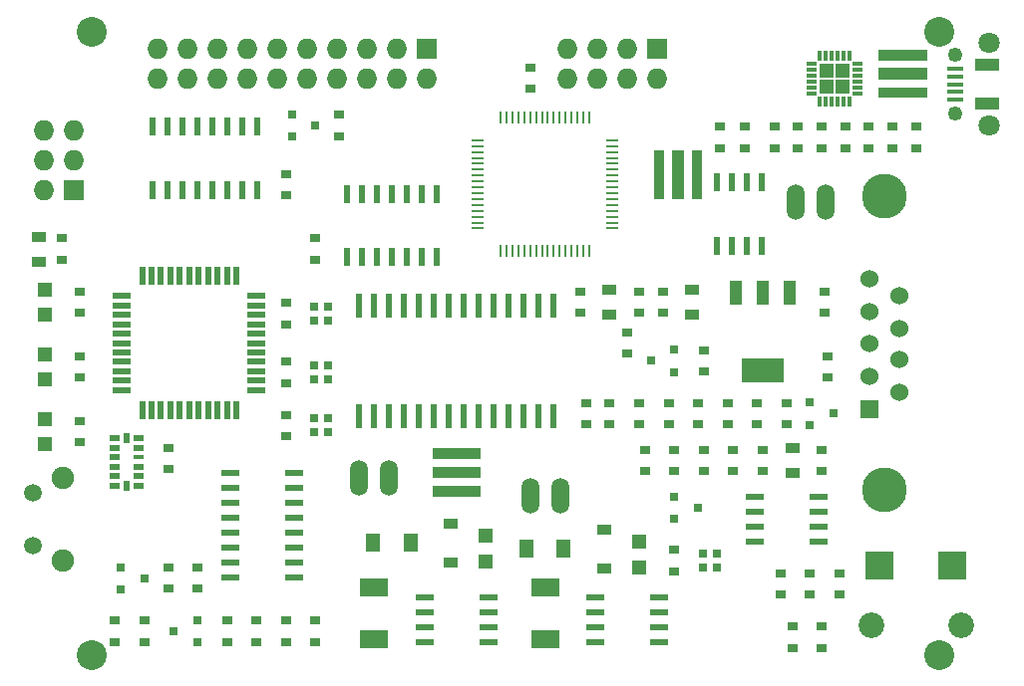
<source format=gts>
G04 #@! TF.FileFunction,Soldermask,Top*
%FSLAX46Y46*%
G04 Gerber Fmt 4.6, Leading zero omitted, Abs format (unit mm)*
G04 Created by KiCad (PCBNEW 4.0.0-rc1-stable) date 10/13/2015 4:46:02 PM*
%MOMM*%
G01*
G04 APERTURE LIST*
%ADD10C,0.100000*%
%ADD11R,2.370000X2.430000*%
%ADD12R,1.727200X1.727200*%
%ADD13O,1.727200X1.727200*%
%ADD14R,1.220000X0.910000*%
%ADD15R,0.550000X1.500000*%
%ADD16R,1.500000X0.550000*%
%ADD17C,3.810000*%
%ADD18R,1.524000X1.524000*%
%ADD19C,1.524000*%
%ADD20R,2.400000X1.500000*%
%ADD21C,2.540000*%
%ADD22C,1.800000*%
%ADD23R,1.350000X0.400000*%
%ADD24C,1.250000*%
%ADD25R,2.100000X1.100000*%
%ADD26O,1.506220X3.014980*%
%ADD27R,1.000000X0.250000*%
%ADD28R,0.250000X1.000000*%
%ADD29R,0.600000X1.550000*%
%ADD30R,0.600000X2.000000*%
%ADD31R,1.550000X0.600000*%
%ADD32R,0.820000X0.500000*%
%ADD33R,0.820000X0.400000*%
%ADD34R,0.500000X0.820000*%
%ADD35R,0.300000X0.850000*%
%ADD36R,0.850000X0.300000*%
%ADD37R,1.300000X1.300000*%
%ADD38R,0.600000X1.500000*%
%ADD39R,1.500000X0.600000*%
%ADD40R,3.657600X2.032000*%
%ADD41R,1.016000X2.032000*%
%ADD42R,0.900000X0.800000*%
%ADD43R,1.250000X1.200000*%
%ADD44R,1.200000X1.600000*%
%ADD45R,0.800000X0.800000*%
%ADD46R,1.300000X0.900000*%
%ADD47C,1.900000*%
%ADD48C,1.500000*%
%ADD49C,2.180000*%
%ADD50R,0.900000X0.700000*%
%ADD51R,1.198880X1.198880*%
%ADD52R,0.800100X0.800100*%
G04 APERTURE END LIST*
D10*
D11*
X115870000Y-169900000D03*
X109630000Y-169900000D03*
D12*
X41250000Y-138000000D03*
D13*
X38710000Y-138000000D03*
X41250000Y-135460000D03*
X38710000Y-135460000D03*
X41250000Y-132920000D03*
X38710000Y-132920000D03*
D14*
X86250000Y-170135000D03*
X86250000Y-166865000D03*
X73250000Y-169635000D03*
X73250000Y-166365000D03*
D15*
X47050000Y-156700000D03*
X47850000Y-156700000D03*
X48650000Y-156700000D03*
X49450000Y-156700000D03*
X50250000Y-156700000D03*
X51050000Y-156700000D03*
X51850000Y-156700000D03*
X52650000Y-156700000D03*
X53450000Y-156700000D03*
X54250000Y-156700000D03*
X55050000Y-156700000D03*
D16*
X56750000Y-155000000D03*
X56750000Y-154200000D03*
X56750000Y-153400000D03*
X56750000Y-152600000D03*
X56750000Y-151800000D03*
X56750000Y-151000000D03*
X56750000Y-150200000D03*
X56750000Y-149400000D03*
X56750000Y-148600000D03*
X56750000Y-147800000D03*
X56750000Y-147000000D03*
D15*
X55050000Y-145300000D03*
X54250000Y-145300000D03*
X53450000Y-145300000D03*
X52650000Y-145300000D03*
X51850000Y-145300000D03*
X51050000Y-145300000D03*
X50250000Y-145300000D03*
X49450000Y-145300000D03*
X48650000Y-145300000D03*
X47850000Y-145300000D03*
X47050000Y-145300000D03*
D16*
X45350000Y-147000000D03*
X45350000Y-147800000D03*
X45350000Y-148600000D03*
X45350000Y-149400000D03*
X45350000Y-150200000D03*
X45350000Y-151000000D03*
X45350000Y-151800000D03*
X45350000Y-152600000D03*
X45350000Y-153400000D03*
X45350000Y-154200000D03*
X45350000Y-155000000D03*
D17*
X110050000Y-163500000D03*
X110050000Y-138500000D03*
D18*
X108780000Y-156588000D03*
D19*
X108780000Y-153794000D03*
X108780000Y-151000000D03*
X108780000Y-148333000D03*
X108780000Y-145539000D03*
X111320000Y-146936000D03*
X111320000Y-149730000D03*
X111320000Y-152397000D03*
X111320000Y-155191000D03*
D20*
X81250000Y-176200000D03*
X81250000Y-171800000D03*
X66750000Y-176200000D03*
X66750000Y-171800000D03*
D21*
X42750000Y-124500000D03*
D22*
X118987460Y-132500900D03*
D23*
X116087460Y-130300900D03*
X116087460Y-129650900D03*
X116087460Y-129000900D03*
X116087460Y-128350900D03*
X116087460Y-127700900D03*
D24*
X116087460Y-131500900D03*
X116087460Y-126500900D03*
D22*
X118987460Y-125500900D03*
D25*
X118800000Y-130650000D03*
X118800000Y-127350000D03*
D21*
X114750000Y-124500000D03*
X42750000Y-177500000D03*
D26*
X82520000Y-164000000D03*
X79980000Y-164000000D03*
X68020000Y-162500000D03*
X65480000Y-162500000D03*
D21*
X114750000Y-177500000D03*
D12*
X90750000Y-126000000D03*
D13*
X90750000Y-128540000D03*
X88210000Y-126000000D03*
X88210000Y-128540000D03*
X85670000Y-126000000D03*
X85670000Y-128540000D03*
X83130000Y-126000000D03*
X83130000Y-128540000D03*
D27*
X86950000Y-141250000D03*
X86950000Y-140750000D03*
X86950000Y-140250000D03*
X86950000Y-139750000D03*
X86950000Y-139250000D03*
X86950000Y-138750000D03*
X86950000Y-138250000D03*
X86950000Y-137750000D03*
X86950000Y-137250000D03*
X86950000Y-136750000D03*
X86950000Y-136250000D03*
X86950000Y-135750000D03*
X86950000Y-135250000D03*
X86950000Y-134750000D03*
X86950000Y-134250000D03*
X86950000Y-133750000D03*
D28*
X85000000Y-131800000D03*
X84500000Y-131800000D03*
X84000000Y-131800000D03*
X83500000Y-131800000D03*
X83000000Y-131800000D03*
X82500000Y-131800000D03*
X82000000Y-131800000D03*
X81500000Y-131800000D03*
X81000000Y-131800000D03*
X80500000Y-131800000D03*
X80000000Y-131800000D03*
X79500000Y-131800000D03*
X79000000Y-131800000D03*
X78500000Y-131800000D03*
X78000000Y-131800000D03*
X77500000Y-131800000D03*
D27*
X75550000Y-133750000D03*
X75550000Y-134250000D03*
X75550000Y-134750000D03*
X75550000Y-135250000D03*
X75550000Y-135750000D03*
X75550000Y-136250000D03*
X75550000Y-136750000D03*
X75550000Y-137250000D03*
X75550000Y-137750000D03*
X75550000Y-138250000D03*
X75550000Y-138750000D03*
X75550000Y-139250000D03*
X75550000Y-139750000D03*
X75550000Y-140250000D03*
X75550000Y-140750000D03*
X75550000Y-141250000D03*
D28*
X77500000Y-143200000D03*
X78000000Y-143200000D03*
X78500000Y-143200000D03*
X79000000Y-143200000D03*
X79500000Y-143200000D03*
X80000000Y-143200000D03*
X80500000Y-143200000D03*
X81000000Y-143200000D03*
X81500000Y-143200000D03*
X82000000Y-143200000D03*
X82500000Y-143200000D03*
X83000000Y-143200000D03*
X83500000Y-143200000D03*
X84000000Y-143200000D03*
X84500000Y-143200000D03*
X85000000Y-143200000D03*
D29*
X99655000Y-137300000D03*
X98385000Y-137300000D03*
X97115000Y-137300000D03*
X95845000Y-137300000D03*
X95845000Y-142700000D03*
X97115000Y-142700000D03*
X98385000Y-142700000D03*
X99655000Y-142700000D03*
D30*
X65495000Y-157200000D03*
X66765000Y-157200000D03*
X68035000Y-157200000D03*
X69305000Y-157200000D03*
X70575000Y-157200000D03*
X71845000Y-157200000D03*
X73115000Y-157200000D03*
X74385000Y-157200000D03*
X75655000Y-157200000D03*
X76925000Y-157200000D03*
X78195000Y-157200000D03*
X79465000Y-157200000D03*
X80735000Y-157200000D03*
X82005000Y-157200000D03*
X82005000Y-147800000D03*
X80735000Y-147800000D03*
X79465000Y-147800000D03*
X78195000Y-147800000D03*
X76925000Y-147800000D03*
X75655000Y-147800000D03*
X74385000Y-147800000D03*
X73115000Y-147800000D03*
X71845000Y-147800000D03*
X70575000Y-147800000D03*
X69305000Y-147800000D03*
X68035000Y-147800000D03*
X66765000Y-147800000D03*
X65495000Y-147800000D03*
D31*
X99050000Y-164095000D03*
X99050000Y-165365000D03*
X99050000Y-166635000D03*
X99050000Y-167905000D03*
X104450000Y-167905000D03*
X104450000Y-166635000D03*
X104450000Y-165365000D03*
X104450000Y-164095000D03*
D32*
X46750000Y-163100000D03*
X46750000Y-162300000D03*
X46750000Y-161500000D03*
D33*
X46750000Y-160700000D03*
D32*
X46750000Y-159900000D03*
X46750000Y-159100000D03*
D34*
X45750000Y-159100000D03*
D32*
X44750000Y-159100000D03*
X44750000Y-159900000D03*
X44750000Y-160700000D03*
X44750000Y-161500000D03*
X44750000Y-162300000D03*
X44750000Y-163100000D03*
D34*
X45750000Y-163100000D03*
D35*
X107100000Y-126550000D03*
X106600000Y-126550000D03*
X106100000Y-126550000D03*
X105600000Y-126550000D03*
X105100000Y-126550000D03*
X104600000Y-126550000D03*
D36*
X103900000Y-127250000D03*
X103900000Y-127750000D03*
X103900000Y-128250000D03*
X103900000Y-128750000D03*
X103900000Y-129250000D03*
X103900000Y-129750000D03*
D35*
X104600000Y-130450000D03*
X105100000Y-130450000D03*
X105600000Y-130450000D03*
X106100000Y-130450000D03*
X106600000Y-130450000D03*
X107100000Y-130450000D03*
D36*
X107800000Y-129750000D03*
X107800000Y-129250000D03*
X107800000Y-128750000D03*
X107800000Y-128250000D03*
X107800000Y-127750000D03*
X107800000Y-127250000D03*
D37*
X105200000Y-129150000D03*
X106500000Y-129150000D03*
X105200000Y-127850000D03*
X106500000Y-127850000D03*
D38*
X64440000Y-143700000D03*
X65710000Y-143700000D03*
X66980000Y-143700000D03*
X68250000Y-143700000D03*
X69520000Y-143700000D03*
X70790000Y-143700000D03*
X72060000Y-143700000D03*
X72060000Y-138300000D03*
X70790000Y-138300000D03*
X69520000Y-138300000D03*
X68250000Y-138300000D03*
X66980000Y-138300000D03*
X65710000Y-138300000D03*
X64440000Y-138300000D03*
D39*
X59950000Y-170945000D03*
X59950000Y-169675000D03*
X59950000Y-168405000D03*
X59950000Y-167135000D03*
X59950000Y-165865000D03*
X59950000Y-164595000D03*
X59950000Y-163325000D03*
X59950000Y-162055000D03*
X54550000Y-162055000D03*
X54550000Y-163325000D03*
X54550000Y-164595000D03*
X54550000Y-165865000D03*
X54550000Y-167135000D03*
X54550000Y-168405000D03*
X54550000Y-169675000D03*
X54550000Y-170945000D03*
D38*
X56795000Y-132600000D03*
X55525000Y-132600000D03*
X54255000Y-132600000D03*
X52985000Y-132600000D03*
X51715000Y-132600000D03*
X50445000Y-132600000D03*
X49175000Y-132600000D03*
X47905000Y-132600000D03*
X47905000Y-138000000D03*
X49175000Y-138000000D03*
X50445000Y-138000000D03*
X51715000Y-138000000D03*
X52985000Y-138000000D03*
X54255000Y-138000000D03*
X55525000Y-138000000D03*
X56795000Y-138000000D03*
D40*
X99750000Y-153302000D03*
D41*
X99750000Y-146698000D03*
X97464000Y-146698000D03*
X102036000Y-146698000D03*
D31*
X90950000Y-176405000D03*
X90950000Y-175135000D03*
X90950000Y-173865000D03*
X90950000Y-172595000D03*
X85550000Y-172595000D03*
X85550000Y-173865000D03*
X85550000Y-175135000D03*
X85550000Y-176405000D03*
X76450000Y-176405000D03*
X76450000Y-175135000D03*
X76450000Y-173865000D03*
X76450000Y-172595000D03*
X71050000Y-172595000D03*
X71050000Y-173865000D03*
X71050000Y-175135000D03*
X71050000Y-176405000D03*
D42*
X41750000Y-146600000D03*
X41750000Y-148400000D03*
D43*
X89250000Y-170100000D03*
X89250000Y-167900000D03*
D44*
X79650000Y-168500000D03*
X82850000Y-168500000D03*
D43*
X76250000Y-169600000D03*
X76250000Y-167400000D03*
D44*
X66650000Y-168000000D03*
X69850000Y-168000000D03*
D42*
X96150000Y-132600000D03*
X96150000Y-134400000D03*
X98250000Y-134400000D03*
X98250000Y-132600000D03*
X102750000Y-134400000D03*
X102750000Y-132600000D03*
X104750000Y-134400000D03*
X104750000Y-132600000D03*
X91750000Y-157900000D03*
X91750000Y-156100000D03*
X99250000Y-156100000D03*
X99250000Y-157900000D03*
X105000000Y-148400000D03*
X105000000Y-146600000D03*
X94250000Y-157900000D03*
X94250000Y-156100000D03*
X89250000Y-157900000D03*
X89250000Y-156100000D03*
X92250000Y-160100000D03*
X92250000Y-161900000D03*
X94750000Y-151600000D03*
X94750000Y-153400000D03*
X96750000Y-157900000D03*
X96750000Y-156100000D03*
X84250000Y-148400000D03*
X84250000Y-146600000D03*
X89750000Y-161900000D03*
X89750000Y-160100000D03*
X94750000Y-160100000D03*
X94750000Y-161900000D03*
X97250000Y-160100000D03*
X97250000Y-161900000D03*
X91250000Y-148400000D03*
X91250000Y-146600000D03*
X104750000Y-161900000D03*
X104750000Y-160100000D03*
X101750000Y-156100000D03*
X101750000Y-157900000D03*
X104750000Y-176900000D03*
X104750000Y-175100000D03*
X102250000Y-176900000D03*
X102250000Y-175100000D03*
X106250000Y-170600000D03*
X106250000Y-172400000D03*
X89250000Y-148400000D03*
X89250000Y-146600000D03*
X92250000Y-170400000D03*
X92250000Y-168600000D03*
X56750000Y-176400000D03*
X56750000Y-174600000D03*
X59250000Y-174600000D03*
X59250000Y-176400000D03*
X59250000Y-149400000D03*
X59250000Y-147600000D03*
X59250000Y-154400000D03*
X59250000Y-152600000D03*
X47250000Y-176400000D03*
X47250000Y-174600000D03*
X61750000Y-176400000D03*
X61750000Y-174600000D03*
X49250000Y-171900000D03*
X49250000Y-170100000D03*
X54250000Y-176400000D03*
X54250000Y-174600000D03*
X44750000Y-176400000D03*
X44750000Y-174600000D03*
X59250000Y-158900000D03*
X59250000Y-157100000D03*
X108750000Y-132600000D03*
X108750000Y-134400000D03*
X110750000Y-132600000D03*
X110750000Y-134400000D03*
X112750000Y-134400000D03*
X112750000Y-132600000D03*
X63750000Y-133400000D03*
X63750000Y-131600000D03*
X41750000Y-152100000D03*
X41750000Y-153900000D03*
X41750000Y-157600000D03*
X41750000Y-159400000D03*
D12*
X71250000Y-126000000D03*
D13*
X71250000Y-128540000D03*
X68710000Y-126000000D03*
X68710000Y-128540000D03*
X66170000Y-126000000D03*
X66170000Y-128540000D03*
X63630000Y-126000000D03*
X63630000Y-128540000D03*
X61090000Y-126000000D03*
X61090000Y-128540000D03*
X58550000Y-126000000D03*
X58550000Y-128540000D03*
X56010000Y-126000000D03*
X56010000Y-128540000D03*
X53470000Y-126000000D03*
X53470000Y-128540000D03*
X50930000Y-126000000D03*
X50930000Y-128540000D03*
X48390000Y-126000000D03*
X48390000Y-128540000D03*
D26*
X105120000Y-139000000D03*
X102580000Y-139000000D03*
D45*
X61650000Y-157400000D03*
X61650000Y-158600000D03*
X62850000Y-158600000D03*
X62850000Y-157400000D03*
X61650000Y-152900000D03*
X61650000Y-154100000D03*
X62850000Y-154100000D03*
X62850000Y-152900000D03*
X61650000Y-147900000D03*
X61650000Y-149100000D03*
X62850000Y-149100000D03*
X62850000Y-147900000D03*
X95850000Y-168900000D03*
X94650000Y-168900000D03*
X94650000Y-170100000D03*
X95850000Y-170100000D03*
D46*
X93750000Y-146450000D03*
X93750000Y-148550000D03*
X102250000Y-162050000D03*
X102250000Y-159950000D03*
X86750000Y-146450000D03*
X86750000Y-148550000D03*
X38250000Y-144050000D03*
X38250000Y-141950000D03*
D10*
G36*
X71700000Y-159950000D02*
X75800000Y-159950000D01*
X75800000Y-160850000D01*
X71700000Y-160850000D01*
X71700000Y-159950000D01*
X71700000Y-159950000D01*
G37*
G36*
X71700000Y-161500000D02*
X75800000Y-161500000D01*
X75800000Y-162500000D01*
X71700000Y-162500000D01*
X71700000Y-161500000D01*
X71700000Y-161500000D01*
G37*
G36*
X71700000Y-163150000D02*
X75800000Y-163150000D01*
X75800000Y-164050000D01*
X71700000Y-164050000D01*
X71700000Y-163150000D01*
X71700000Y-163150000D01*
G37*
G36*
X113700000Y-130150000D02*
X109600000Y-130150000D01*
X109600000Y-129250000D01*
X113700000Y-129250000D01*
X113700000Y-130150000D01*
X113700000Y-130150000D01*
G37*
G36*
X113700000Y-128600000D02*
X109600000Y-128600000D01*
X109600000Y-127600000D01*
X113700000Y-127600000D01*
X113700000Y-128600000D01*
X113700000Y-128600000D01*
G37*
G36*
X113700000Y-126950000D02*
X109600000Y-126950000D01*
X109600000Y-126050000D01*
X113700000Y-126050000D01*
X113700000Y-126950000D01*
X113700000Y-126950000D01*
G37*
G36*
X94600000Y-134650000D02*
X94600000Y-138750000D01*
X93700000Y-138750000D01*
X93700000Y-134650000D01*
X94600000Y-134650000D01*
X94600000Y-134650000D01*
G37*
G36*
X93050000Y-134650000D02*
X93050000Y-138750000D01*
X92050000Y-138750000D01*
X92050000Y-134650000D01*
X93050000Y-134650000D01*
X93050000Y-134650000D01*
G37*
G36*
X91400000Y-134650000D02*
X91400000Y-138750000D01*
X90500000Y-138750000D01*
X90500000Y-134650000D01*
X91400000Y-134650000D01*
X91400000Y-134650000D01*
G37*
D47*
X40350000Y-169500000D03*
X40350000Y-162500000D03*
D48*
X37800000Y-168250000D03*
X37800000Y-163750000D03*
D49*
X108940000Y-175000000D03*
X116560000Y-175000000D03*
D50*
X61750000Y-142100000D03*
X61750000Y-143900000D03*
X51750000Y-171900000D03*
X51750000Y-170100000D03*
X59250000Y-138400000D03*
X59250000Y-136600000D03*
X100750000Y-132600000D03*
X100750000Y-134400000D03*
X106750000Y-132600000D03*
X106750000Y-134400000D03*
X49250000Y-161700000D03*
X49250000Y-159900000D03*
X101250000Y-172400000D03*
X101250000Y-170600000D03*
X103750000Y-172400000D03*
X103750000Y-170600000D03*
X84750000Y-157900000D03*
X84750000Y-156100000D03*
X86750000Y-157900000D03*
X86750000Y-156100000D03*
X88250000Y-151900000D03*
X88250000Y-150100000D03*
X99750000Y-160100000D03*
X99750000Y-161900000D03*
X105250000Y-152100000D03*
X105250000Y-153900000D03*
X80050000Y-127600000D03*
X80050000Y-129400000D03*
X40250000Y-143900000D03*
X40250000Y-142100000D03*
D51*
X38750000Y-151950980D03*
X38750000Y-154049020D03*
X38750000Y-157450980D03*
X38750000Y-159549020D03*
X38750000Y-146450980D03*
X38750000Y-148549020D03*
D52*
X92249240Y-164050000D03*
X92249240Y-165950000D03*
X94248220Y-165000000D03*
X92250760Y-153450000D03*
X92250760Y-151550000D03*
X90251780Y-152500000D03*
X103749240Y-156050000D03*
X103749240Y-157950000D03*
X105748220Y-157000000D03*
X45249240Y-170050000D03*
X45249240Y-171950000D03*
X47248220Y-171000000D03*
X51750760Y-176450000D03*
X51750760Y-174550000D03*
X49751780Y-175500000D03*
X59749240Y-131550000D03*
X59749240Y-133450000D03*
X61748220Y-132500000D03*
M02*

</source>
